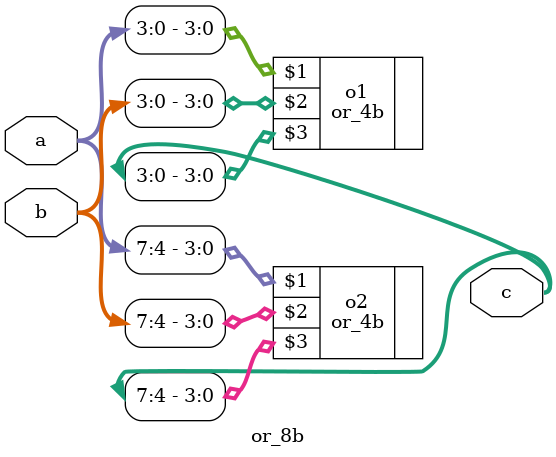
<source format=v>
`include "or_4b.v"

module or_8b(input[7:0] a, b, output[7:0] c);
    or_4b o1(a[3:0], b[3:0], c[3:0]);
    or_4b o2(a[7:4], b[7:4], c[7:4]);
endmodule
</source>
